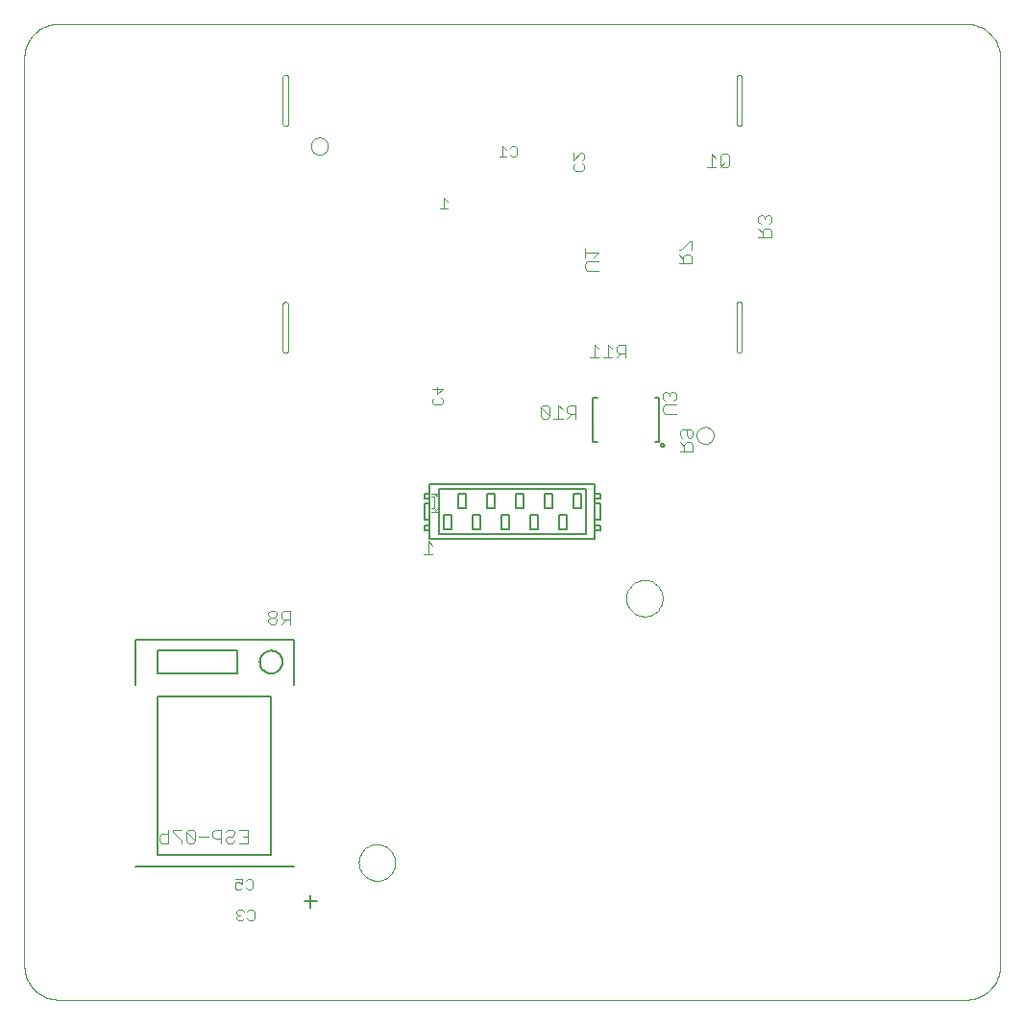
<source format=gbo>
G75*
%MOIN*%
%OFA0B0*%
%FSLAX24Y24*%
%IPPOS*%
%LPD*%
%AMOC8*
5,1,8,0,0,1.08239X$1,22.5*
%
%ADD10C,0.0000*%
%ADD11C,0.0060*%
%ADD12C,0.0030*%
%ADD13C,0.0050*%
%ADD14C,0.0040*%
%ADD15C,0.0080*%
D10*
X000872Y001735D02*
X000872Y033231D01*
X000874Y033297D01*
X000879Y033363D01*
X000889Y033429D01*
X000902Y033494D01*
X000918Y033558D01*
X000938Y033621D01*
X000962Y033683D01*
X000989Y033743D01*
X001019Y033802D01*
X001053Y033859D01*
X001090Y033914D01*
X001130Y033967D01*
X001172Y034018D01*
X001218Y034066D01*
X001266Y034112D01*
X001317Y034154D01*
X001370Y034194D01*
X001425Y034231D01*
X001482Y034265D01*
X001541Y034295D01*
X001601Y034322D01*
X001663Y034346D01*
X001726Y034366D01*
X001790Y034382D01*
X001855Y034395D01*
X001921Y034405D01*
X001987Y034410D01*
X002053Y034412D01*
X033549Y034412D01*
X033615Y034410D01*
X033681Y034405D01*
X033747Y034395D01*
X033812Y034382D01*
X033876Y034366D01*
X033939Y034346D01*
X034001Y034322D01*
X034061Y034295D01*
X034120Y034265D01*
X034177Y034231D01*
X034232Y034194D01*
X034285Y034154D01*
X034336Y034112D01*
X034384Y034066D01*
X034430Y034018D01*
X034472Y033967D01*
X034512Y033914D01*
X034549Y033859D01*
X034583Y033802D01*
X034613Y033743D01*
X034640Y033683D01*
X034664Y033621D01*
X034684Y033558D01*
X034700Y033494D01*
X034713Y033429D01*
X034723Y033363D01*
X034728Y033297D01*
X034730Y033231D01*
X034730Y001735D01*
X034728Y001669D01*
X034723Y001603D01*
X034713Y001537D01*
X034700Y001472D01*
X034684Y001408D01*
X034664Y001345D01*
X034640Y001283D01*
X034613Y001223D01*
X034583Y001164D01*
X034549Y001107D01*
X034512Y001052D01*
X034472Y000999D01*
X034430Y000948D01*
X034384Y000900D01*
X034336Y000854D01*
X034285Y000812D01*
X034232Y000772D01*
X034177Y000735D01*
X034120Y000701D01*
X034061Y000671D01*
X034001Y000644D01*
X033939Y000620D01*
X033876Y000600D01*
X033812Y000584D01*
X033747Y000571D01*
X033681Y000561D01*
X033615Y000556D01*
X033549Y000554D01*
X002053Y000554D01*
X001987Y000556D01*
X001921Y000561D01*
X001855Y000571D01*
X001790Y000584D01*
X001726Y000600D01*
X001663Y000620D01*
X001601Y000644D01*
X001541Y000671D01*
X001482Y000701D01*
X001425Y000735D01*
X001370Y000772D01*
X001317Y000812D01*
X001266Y000854D01*
X001218Y000900D01*
X001172Y000948D01*
X001130Y000999D01*
X001090Y001052D01*
X001053Y001107D01*
X001019Y001164D01*
X000989Y001223D01*
X000962Y001283D01*
X000938Y001345D01*
X000918Y001408D01*
X000902Y001472D01*
X000889Y001537D01*
X000879Y001603D01*
X000874Y001669D01*
X000872Y001735D01*
X012474Y005310D02*
X012476Y005360D01*
X012482Y005410D01*
X012492Y005459D01*
X012506Y005507D01*
X012523Y005554D01*
X012544Y005599D01*
X012569Y005643D01*
X012597Y005684D01*
X012629Y005723D01*
X012663Y005760D01*
X012700Y005794D01*
X012740Y005824D01*
X012782Y005851D01*
X012826Y005875D01*
X012872Y005896D01*
X012919Y005912D01*
X012967Y005925D01*
X013017Y005934D01*
X013066Y005939D01*
X013117Y005940D01*
X013167Y005937D01*
X013216Y005930D01*
X013265Y005919D01*
X013313Y005904D01*
X013359Y005886D01*
X013404Y005864D01*
X013447Y005838D01*
X013488Y005809D01*
X013527Y005777D01*
X013563Y005742D01*
X013595Y005704D01*
X013625Y005664D01*
X013652Y005621D01*
X013675Y005577D01*
X013694Y005531D01*
X013710Y005483D01*
X013722Y005434D01*
X013730Y005385D01*
X013734Y005335D01*
X013734Y005285D01*
X013730Y005235D01*
X013722Y005186D01*
X013710Y005137D01*
X013694Y005089D01*
X013675Y005043D01*
X013652Y004999D01*
X013625Y004956D01*
X013595Y004916D01*
X013563Y004878D01*
X013527Y004843D01*
X013488Y004811D01*
X013447Y004782D01*
X013404Y004756D01*
X013359Y004734D01*
X013313Y004716D01*
X013265Y004701D01*
X013216Y004690D01*
X013167Y004683D01*
X013117Y004680D01*
X013066Y004681D01*
X013017Y004686D01*
X012967Y004695D01*
X012919Y004708D01*
X012872Y004724D01*
X012826Y004745D01*
X012782Y004769D01*
X012740Y004796D01*
X012700Y004826D01*
X012663Y004860D01*
X012629Y004897D01*
X012597Y004936D01*
X012569Y004977D01*
X012544Y005021D01*
X012523Y005066D01*
X012506Y005113D01*
X012492Y005161D01*
X012482Y005210D01*
X012476Y005260D01*
X012474Y005310D01*
X021757Y014483D02*
X021759Y014533D01*
X021765Y014583D01*
X021775Y014632D01*
X021789Y014680D01*
X021806Y014727D01*
X021827Y014772D01*
X021852Y014816D01*
X021880Y014857D01*
X021912Y014896D01*
X021946Y014933D01*
X021983Y014967D01*
X022023Y014997D01*
X022065Y015024D01*
X022109Y015048D01*
X022155Y015069D01*
X022202Y015085D01*
X022250Y015098D01*
X022300Y015107D01*
X022349Y015112D01*
X022400Y015113D01*
X022450Y015110D01*
X022499Y015103D01*
X022548Y015092D01*
X022596Y015077D01*
X022642Y015059D01*
X022687Y015037D01*
X022730Y015011D01*
X022771Y014982D01*
X022810Y014950D01*
X022846Y014915D01*
X022878Y014877D01*
X022908Y014837D01*
X022935Y014794D01*
X022958Y014750D01*
X022977Y014704D01*
X022993Y014656D01*
X023005Y014607D01*
X023013Y014558D01*
X023017Y014508D01*
X023017Y014458D01*
X023013Y014408D01*
X023005Y014359D01*
X022993Y014310D01*
X022977Y014262D01*
X022958Y014216D01*
X022935Y014172D01*
X022908Y014129D01*
X022878Y014089D01*
X022846Y014051D01*
X022810Y014016D01*
X022771Y013984D01*
X022730Y013955D01*
X022687Y013929D01*
X022642Y013907D01*
X022596Y013889D01*
X022548Y013874D01*
X022499Y013863D01*
X022450Y013856D01*
X022400Y013853D01*
X022349Y013854D01*
X022300Y013859D01*
X022250Y013868D01*
X022202Y013881D01*
X022155Y013897D01*
X022109Y013918D01*
X022065Y013942D01*
X022023Y013969D01*
X021983Y013999D01*
X021946Y014033D01*
X021912Y014070D01*
X021880Y014109D01*
X021852Y014150D01*
X021827Y014194D01*
X021806Y014239D01*
X021789Y014286D01*
X021775Y014334D01*
X021765Y014383D01*
X021759Y014433D01*
X021757Y014483D01*
X024199Y020132D02*
X024201Y020166D01*
X024207Y020200D01*
X024217Y020233D01*
X024230Y020264D01*
X024248Y020294D01*
X024268Y020322D01*
X024292Y020347D01*
X024318Y020369D01*
X024346Y020387D01*
X024377Y020403D01*
X024409Y020415D01*
X024443Y020423D01*
X024477Y020427D01*
X024511Y020427D01*
X024545Y020423D01*
X024579Y020415D01*
X024611Y020403D01*
X024641Y020387D01*
X024670Y020369D01*
X024696Y020347D01*
X024720Y020322D01*
X024740Y020294D01*
X024758Y020264D01*
X024771Y020233D01*
X024781Y020200D01*
X024787Y020166D01*
X024789Y020132D01*
X024787Y020098D01*
X024781Y020064D01*
X024771Y020031D01*
X024758Y020000D01*
X024740Y019970D01*
X024720Y019942D01*
X024696Y019917D01*
X024670Y019895D01*
X024642Y019877D01*
X024611Y019861D01*
X024579Y019849D01*
X024545Y019841D01*
X024511Y019837D01*
X024477Y019837D01*
X024443Y019841D01*
X024409Y019849D01*
X024377Y019861D01*
X024346Y019877D01*
X024318Y019895D01*
X024292Y019917D01*
X024268Y019942D01*
X024248Y019970D01*
X024230Y020000D01*
X024217Y020031D01*
X024207Y020064D01*
X024201Y020098D01*
X024199Y020132D01*
X025576Y023093D02*
X025576Y024668D01*
X025577Y024668D02*
X025578Y024685D01*
X025583Y024702D01*
X025590Y024717D01*
X025600Y024731D01*
X025612Y024743D01*
X025626Y024753D01*
X025641Y024760D01*
X025658Y024765D01*
X025675Y024766D01*
X025692Y024765D01*
X025709Y024760D01*
X025724Y024753D01*
X025738Y024743D01*
X025750Y024731D01*
X025760Y024717D01*
X025767Y024702D01*
X025772Y024685D01*
X025773Y024668D01*
X025773Y023093D01*
X025772Y023076D01*
X025767Y023059D01*
X025760Y023044D01*
X025750Y023030D01*
X025738Y023018D01*
X025724Y023008D01*
X025709Y023001D01*
X025692Y022996D01*
X025675Y022995D01*
X025658Y022996D01*
X025641Y023001D01*
X025626Y023008D01*
X025612Y023018D01*
X025600Y023030D01*
X025590Y023044D01*
X025583Y023059D01*
X025578Y023076D01*
X025577Y023093D01*
X025576Y030967D02*
X025576Y032542D01*
X025577Y032542D02*
X025578Y032559D01*
X025583Y032576D01*
X025590Y032591D01*
X025600Y032605D01*
X025612Y032617D01*
X025626Y032627D01*
X025641Y032634D01*
X025658Y032639D01*
X025675Y032640D01*
X025692Y032639D01*
X025709Y032634D01*
X025724Y032627D01*
X025738Y032617D01*
X025750Y032605D01*
X025760Y032591D01*
X025767Y032576D01*
X025772Y032559D01*
X025773Y032542D01*
X025773Y030967D01*
X025772Y030950D01*
X025767Y030933D01*
X025760Y030918D01*
X025750Y030904D01*
X025738Y030892D01*
X025724Y030882D01*
X025709Y030875D01*
X025692Y030870D01*
X025675Y030869D01*
X025658Y030870D01*
X025641Y030875D01*
X025626Y030882D01*
X025612Y030892D01*
X025600Y030904D01*
X025590Y030918D01*
X025583Y030933D01*
X025578Y030950D01*
X025577Y030967D01*
X010813Y030172D02*
X010815Y030206D01*
X010821Y030240D01*
X010831Y030273D01*
X010844Y030304D01*
X010862Y030334D01*
X010882Y030362D01*
X010906Y030387D01*
X010932Y030409D01*
X010960Y030427D01*
X010991Y030443D01*
X011023Y030455D01*
X011057Y030463D01*
X011091Y030467D01*
X011125Y030467D01*
X011159Y030463D01*
X011193Y030455D01*
X011225Y030443D01*
X011255Y030427D01*
X011284Y030409D01*
X011310Y030387D01*
X011334Y030362D01*
X011354Y030334D01*
X011372Y030304D01*
X011385Y030273D01*
X011395Y030240D01*
X011401Y030206D01*
X011403Y030172D01*
X011401Y030138D01*
X011395Y030104D01*
X011385Y030071D01*
X011372Y030040D01*
X011354Y030010D01*
X011334Y029982D01*
X011310Y029957D01*
X011284Y029935D01*
X011256Y029917D01*
X011225Y029901D01*
X011193Y029889D01*
X011159Y029881D01*
X011125Y029877D01*
X011091Y029877D01*
X011057Y029881D01*
X011023Y029889D01*
X010991Y029901D01*
X010960Y029917D01*
X010932Y029935D01*
X010906Y029957D01*
X010882Y029982D01*
X010862Y030010D01*
X010844Y030040D01*
X010831Y030071D01*
X010821Y030104D01*
X010815Y030138D01*
X010813Y030172D01*
X010025Y030967D02*
X010025Y032542D01*
X009927Y032640D02*
X009910Y032639D01*
X009893Y032634D01*
X009878Y032627D01*
X009864Y032617D01*
X009852Y032605D01*
X009842Y032591D01*
X009835Y032576D01*
X009830Y032559D01*
X009829Y032542D01*
X009828Y032542D02*
X009828Y030967D01*
X009927Y030869D02*
X009944Y030870D01*
X009961Y030875D01*
X009976Y030882D01*
X009990Y030892D01*
X010002Y030904D01*
X010012Y030918D01*
X010019Y030933D01*
X010024Y030950D01*
X010025Y030967D01*
X009927Y030869D02*
X009910Y030870D01*
X009893Y030875D01*
X009878Y030882D01*
X009864Y030892D01*
X009852Y030904D01*
X009842Y030918D01*
X009835Y030933D01*
X009830Y030950D01*
X009829Y030967D01*
X010025Y032542D02*
X010024Y032559D01*
X010019Y032576D01*
X010012Y032591D01*
X010002Y032605D01*
X009990Y032617D01*
X009976Y032627D01*
X009961Y032634D01*
X009944Y032639D01*
X009927Y032640D01*
X009927Y024766D02*
X009910Y024765D01*
X009893Y024760D01*
X009878Y024753D01*
X009864Y024743D01*
X009852Y024731D01*
X009842Y024717D01*
X009835Y024702D01*
X009830Y024685D01*
X009829Y024668D01*
X009828Y024668D02*
X009828Y023093D01*
X009927Y022995D02*
X009944Y022996D01*
X009961Y023001D01*
X009976Y023008D01*
X009990Y023018D01*
X010002Y023030D01*
X010012Y023044D01*
X010019Y023059D01*
X010024Y023076D01*
X010025Y023093D01*
X010025Y024668D01*
X010024Y024685D01*
X010019Y024702D01*
X010012Y024717D01*
X010002Y024731D01*
X009990Y024743D01*
X009976Y024753D01*
X009961Y024760D01*
X009944Y024765D01*
X009927Y024766D01*
X009829Y023093D02*
X009830Y023076D01*
X009835Y023059D01*
X009842Y023044D01*
X009852Y023030D01*
X009864Y023018D01*
X009878Y023008D01*
X009893Y023001D01*
X009910Y022996D01*
X009927Y022995D01*
D11*
X010803Y004180D02*
X010803Y003753D01*
X010589Y003966D02*
X011016Y003966D01*
D12*
X008849Y003606D02*
X008849Y003359D01*
X008787Y003297D01*
X008664Y003297D01*
X008602Y003359D01*
X008481Y003359D02*
X008419Y003297D01*
X008296Y003297D01*
X008234Y003359D01*
X008234Y003420D01*
X008296Y003482D01*
X008357Y003482D01*
X008296Y003482D02*
X008234Y003544D01*
X008234Y003606D01*
X008296Y003667D01*
X008419Y003667D01*
X008481Y003606D01*
X008602Y003606D02*
X008664Y003667D01*
X008787Y003667D01*
X008849Y003606D01*
X008732Y004381D02*
X008609Y004381D01*
X008547Y004443D01*
X008426Y004443D02*
X008364Y004381D01*
X008241Y004381D01*
X008179Y004443D01*
X008179Y004566D01*
X008241Y004628D01*
X008302Y004628D01*
X008426Y004566D01*
X008426Y004752D01*
X008179Y004752D01*
X008547Y004690D02*
X008609Y004752D01*
X008732Y004752D01*
X008794Y004690D01*
X008794Y004443D01*
X008732Y004381D01*
X015077Y021198D02*
X015015Y021259D01*
X015015Y021383D01*
X015077Y021445D01*
X015200Y021566D02*
X015200Y021813D01*
X015015Y021751D02*
X015385Y021751D01*
X015200Y021566D01*
X015324Y021445D02*
X015385Y021383D01*
X015385Y021259D01*
X015324Y021198D01*
X015077Y021198D01*
X015297Y028006D02*
X015544Y028006D01*
X015421Y028006D02*
X015421Y028377D01*
X015544Y028253D01*
X017347Y029800D02*
X017593Y029800D01*
X017470Y029800D02*
X017470Y030170D01*
X017593Y030047D01*
X017715Y030109D02*
X017777Y030170D01*
X017900Y030170D01*
X017962Y030109D01*
X017962Y029862D01*
X017900Y029800D01*
X017777Y029800D01*
X017715Y029862D01*
X019922Y029929D02*
X019922Y029682D01*
X020169Y029929D01*
X020231Y029929D01*
X020292Y029867D01*
X020292Y029744D01*
X020231Y029682D01*
X020231Y029561D02*
X020292Y029499D01*
X020292Y029376D01*
X020231Y029314D01*
X019984Y029314D01*
X019922Y029376D01*
X019922Y029499D01*
X019984Y029561D01*
D13*
X019926Y018108D02*
X019926Y017608D01*
X020176Y017608D01*
X020176Y018108D01*
X019926Y018108D01*
X019176Y018108D02*
X019176Y017608D01*
X018926Y017608D01*
X018926Y018108D01*
X019176Y018108D01*
X019426Y017358D02*
X019426Y016858D01*
X019676Y016858D01*
X019676Y017358D01*
X019426Y017358D01*
X018676Y017358D02*
X018676Y016858D01*
X018426Y016858D01*
X018426Y017358D01*
X018676Y017358D01*
X018176Y017608D02*
X018176Y018108D01*
X017926Y018108D01*
X017926Y017608D01*
X018176Y017608D01*
X017676Y017358D02*
X017676Y016858D01*
X017426Y016858D01*
X017426Y017358D01*
X017676Y017358D01*
X017176Y017608D02*
X017176Y018108D01*
X016926Y018108D01*
X016926Y017608D01*
X017176Y017608D01*
X016676Y017358D02*
X016676Y016858D01*
X016426Y016858D01*
X016426Y017358D01*
X016676Y017358D01*
X016176Y017608D02*
X016176Y018108D01*
X015926Y018108D01*
X015926Y017608D01*
X016176Y017608D01*
X015676Y017358D02*
X015676Y016858D01*
X015426Y016858D01*
X015426Y017358D01*
X015676Y017358D01*
X010222Y013054D02*
X004710Y013054D01*
X004710Y011479D01*
X005497Y011873D02*
X008253Y011873D01*
X008253Y012660D01*
X005497Y012660D01*
X005497Y011873D01*
X005497Y011085D02*
X005497Y005573D01*
X009434Y005573D01*
X009434Y011085D01*
X005497Y011085D01*
X009040Y012266D02*
X009042Y012305D01*
X009048Y012344D01*
X009058Y012382D01*
X009071Y012419D01*
X009088Y012454D01*
X009108Y012488D01*
X009132Y012519D01*
X009159Y012548D01*
X009188Y012574D01*
X009220Y012597D01*
X009254Y012617D01*
X009290Y012633D01*
X009327Y012645D01*
X009366Y012654D01*
X009405Y012659D01*
X009444Y012660D01*
X009483Y012657D01*
X009522Y012650D01*
X009559Y012639D01*
X009596Y012625D01*
X009631Y012607D01*
X009664Y012586D01*
X009695Y012561D01*
X009723Y012534D01*
X009748Y012504D01*
X009770Y012471D01*
X009789Y012437D01*
X009804Y012401D01*
X009816Y012363D01*
X009824Y012325D01*
X009828Y012286D01*
X009828Y012246D01*
X009824Y012207D01*
X009816Y012169D01*
X009804Y012131D01*
X009789Y012095D01*
X009770Y012061D01*
X009748Y012028D01*
X009723Y011998D01*
X009695Y011971D01*
X009664Y011946D01*
X009631Y011925D01*
X009596Y011907D01*
X009559Y011893D01*
X009522Y011882D01*
X009483Y011875D01*
X009444Y011872D01*
X009405Y011873D01*
X009366Y011878D01*
X009327Y011887D01*
X009290Y011899D01*
X009254Y011915D01*
X009220Y011935D01*
X009188Y011958D01*
X009159Y011984D01*
X009132Y012013D01*
X009108Y012044D01*
X009088Y012078D01*
X009071Y012113D01*
X009058Y012150D01*
X009048Y012188D01*
X009042Y012227D01*
X009040Y012266D01*
X010222Y011479D02*
X010222Y013054D01*
X010222Y005180D02*
X004710Y005180D01*
D14*
X005558Y006064D02*
X005558Y006217D01*
X005635Y006294D01*
X005865Y006294D01*
X005865Y006447D02*
X005865Y005987D01*
X005635Y005987D01*
X005558Y006064D01*
X006018Y006371D02*
X006325Y006064D01*
X006325Y005987D01*
X006479Y006064D02*
X006479Y006371D01*
X006786Y006064D01*
X006709Y005987D01*
X006555Y005987D01*
X006479Y006064D01*
X006786Y006064D02*
X006786Y006371D01*
X006709Y006447D01*
X006555Y006447D01*
X006479Y006371D01*
X006325Y006447D02*
X006018Y006447D01*
X006018Y006371D01*
X006939Y006217D02*
X007246Y006217D01*
X007399Y006217D02*
X007476Y006141D01*
X007706Y006141D01*
X007860Y006141D02*
X007860Y006064D01*
X007937Y005987D01*
X008090Y005987D01*
X008167Y006064D01*
X008320Y005987D02*
X008627Y005987D01*
X008627Y006447D01*
X008320Y006447D01*
X008167Y006371D02*
X008167Y006294D01*
X008090Y006217D01*
X007937Y006217D01*
X007860Y006141D01*
X007706Y005987D02*
X007706Y006447D01*
X007476Y006447D01*
X007399Y006371D01*
X007399Y006217D01*
X007860Y006371D02*
X007937Y006447D01*
X008090Y006447D01*
X008167Y006371D01*
X008474Y006217D02*
X008627Y006217D01*
X009409Y013586D02*
X009563Y013586D01*
X009640Y013662D01*
X009640Y013739D01*
X009563Y013816D01*
X009409Y013816D01*
X009333Y013739D01*
X009333Y013662D01*
X009409Y013586D01*
X009409Y013816D02*
X009333Y013892D01*
X009333Y013969D01*
X009409Y014046D01*
X009563Y014046D01*
X009640Y013969D01*
X009640Y013892D01*
X009563Y013816D01*
X009793Y013816D02*
X009870Y013739D01*
X010100Y013739D01*
X009947Y013739D02*
X009793Y013586D01*
X009793Y013816D02*
X009793Y013969D01*
X009870Y014046D01*
X010100Y014046D01*
X010100Y013586D01*
X014724Y016003D02*
X015031Y016003D01*
X014877Y016003D02*
X014877Y016463D01*
X015031Y016310D01*
X014978Y017483D02*
X015096Y017483D01*
X015214Y017601D01*
X015135Y017562D02*
X015096Y017601D01*
X014978Y017601D01*
X015096Y017601D02*
X015096Y017995D01*
X014978Y017995D01*
X014978Y018113D02*
X015096Y018113D01*
X015214Y017995D01*
X015135Y018034D02*
X015096Y017995D01*
X015096Y018113D02*
X015214Y018113D01*
X015214Y017483D02*
X015096Y017483D01*
X018780Y020795D02*
X018857Y020718D01*
X019010Y020718D01*
X019087Y020795D01*
X018780Y021102D01*
X018780Y020795D01*
X018780Y021102D02*
X018857Y021179D01*
X019010Y021179D01*
X019087Y021102D01*
X019087Y020795D01*
X019241Y020718D02*
X019548Y020718D01*
X019701Y020718D02*
X019855Y020872D01*
X019778Y020872D02*
X020008Y020872D01*
X020008Y020718D02*
X020008Y021179D01*
X019778Y021179D01*
X019701Y021102D01*
X019701Y020949D01*
X019778Y020872D01*
X019548Y021025D02*
X019394Y021179D01*
X019394Y020718D01*
X020499Y022824D02*
X020806Y022824D01*
X020959Y022824D02*
X021266Y022824D01*
X021113Y022824D02*
X021113Y023284D01*
X021266Y023131D01*
X021420Y023207D02*
X021420Y023054D01*
X021496Y022977D01*
X021727Y022977D01*
X021727Y022824D02*
X021727Y023284D01*
X021496Y023284D01*
X021420Y023207D01*
X021573Y022977D02*
X021420Y022824D01*
X020806Y023131D02*
X020652Y023284D01*
X020652Y022824D01*
X023017Y021577D02*
X023017Y021423D01*
X023093Y021347D01*
X023093Y021193D02*
X023477Y021193D01*
X023400Y021347D02*
X023477Y021423D01*
X023477Y021577D01*
X023400Y021654D01*
X023323Y021654D01*
X023247Y021577D01*
X023170Y021654D01*
X023093Y021654D01*
X023017Y021577D01*
X023247Y021577D02*
X023247Y021500D01*
X023093Y021193D02*
X023017Y021116D01*
X023017Y020963D01*
X023093Y020886D01*
X023477Y020886D01*
X023691Y020355D02*
X023998Y020355D01*
X024075Y020279D01*
X024075Y020125D01*
X023998Y020048D01*
X023921Y020048D01*
X023845Y020125D01*
X023845Y020355D01*
X023691Y020355D02*
X023614Y020279D01*
X023614Y020125D01*
X023691Y020048D01*
X023614Y019895D02*
X023768Y019741D01*
X023768Y019818D02*
X023768Y019588D01*
X023614Y019588D02*
X024075Y019588D01*
X024075Y019818D01*
X023998Y019895D01*
X023845Y019895D01*
X023768Y019818D01*
X020786Y025852D02*
X020403Y025852D01*
X020326Y025928D01*
X020326Y026082D01*
X020403Y026159D01*
X020786Y026159D01*
X020633Y026312D02*
X020786Y026466D01*
X020326Y026466D01*
X020326Y026619D02*
X020326Y026312D01*
X023580Y026407D02*
X023733Y026254D01*
X023733Y026330D02*
X023733Y026100D01*
X023580Y026100D02*
X024040Y026100D01*
X024040Y026330D01*
X023964Y026407D01*
X023810Y026407D01*
X023733Y026330D01*
X023657Y026561D02*
X023580Y026561D01*
X023657Y026561D02*
X023964Y026868D01*
X024040Y026868D01*
X024040Y026561D01*
X026340Y027014D02*
X026800Y027014D01*
X026800Y027244D01*
X026723Y027321D01*
X026570Y027321D01*
X026493Y027244D01*
X026493Y027014D01*
X026493Y027167D02*
X026340Y027321D01*
X026417Y027474D02*
X026340Y027551D01*
X026340Y027704D01*
X026417Y027781D01*
X026493Y027781D01*
X026570Y027704D01*
X026570Y027628D01*
X026570Y027704D02*
X026647Y027781D01*
X026723Y027781D01*
X026800Y027704D01*
X026800Y027551D01*
X026723Y027474D01*
X025249Y029440D02*
X025325Y029517D01*
X025325Y029824D01*
X025249Y029900D01*
X025095Y029900D01*
X025018Y029824D01*
X025018Y029517D01*
X025095Y029440D01*
X025249Y029440D01*
X025172Y029593D02*
X025018Y029440D01*
X024865Y029440D02*
X024558Y029440D01*
X024712Y029440D02*
X024712Y029900D01*
X024865Y029747D01*
D15*
X022897Y021449D02*
X022747Y021449D01*
X022897Y021449D02*
X022897Y019909D01*
X022747Y019909D01*
X022962Y019799D02*
X022964Y019814D01*
X022970Y019827D01*
X022979Y019839D01*
X022990Y019848D01*
X023004Y019854D01*
X023019Y019856D01*
X023034Y019854D01*
X023047Y019848D01*
X023059Y019839D01*
X023068Y019828D01*
X023074Y019814D01*
X023076Y019799D01*
X023074Y019784D01*
X023068Y019771D01*
X023059Y019759D01*
X023048Y019750D01*
X023034Y019744D01*
X023019Y019742D01*
X023004Y019744D01*
X022991Y019750D01*
X022979Y019759D01*
X022970Y019770D01*
X022964Y019784D01*
X022962Y019799D01*
X020860Y018113D02*
X020860Y017955D01*
X020702Y017955D01*
X020702Y018113D02*
X020860Y018113D01*
X020860Y017758D02*
X020702Y017758D01*
X020860Y017758D02*
X020860Y017207D01*
X020702Y017207D01*
X020702Y017010D02*
X020860Y017010D01*
X020860Y016853D01*
X020702Y016853D01*
X020663Y016538D02*
X014938Y016538D01*
X014938Y018428D01*
X020663Y018428D01*
X020663Y016538D01*
X020348Y016695D02*
X015253Y016695D01*
X015253Y018270D01*
X020348Y018270D01*
X020348Y016695D01*
X020597Y019909D02*
X020747Y019909D01*
X020597Y019909D02*
X020597Y021449D01*
X020747Y021449D01*
X014899Y018113D02*
X014742Y018113D01*
X014742Y017955D01*
X014899Y017955D01*
X014899Y017758D02*
X014742Y017758D01*
X014742Y017207D01*
X014899Y017207D01*
X014899Y017010D02*
X014742Y017010D01*
X014742Y016853D01*
X014899Y016853D01*
M02*

</source>
